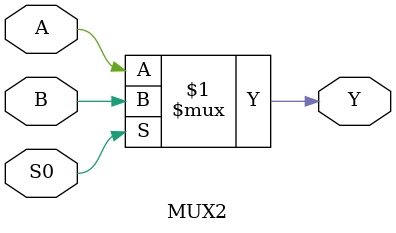
<source format=v>

module MUX2(
	input A,   // Data input 0
	input B,   // Data input 1
	input S0, // Select port
	output Y  // Data output
	);
  
	assign Y = S0 ? B : A;

// Note: 
//	 MUX2 appears will appear in LUTs, routing multiplexers,
//   being a component in combinational loops
//   To help convergence in simulation 
//   i.e., to avoid the X (undetermined) signals,
//   the following timing constraints and signal initialization 
//   has to be added!

`ifdef ENABLE_TIMING
// ------ BEGIN Pin-to-pin Timing constraints -----
	specify
		(A => Y) = (0.001, 0.001);
		(B => Y) = (0.001, 0.001);
		(S0 => Y) = (0.001, 0.001);
	endspecify
// ------ END Pin-to-pin Timing constraints -----
`endif

`ifdef ENABLE_SIGNAL_INITIALIZATION
// ------ BEGIN driver initialization -----
	initial begin
	`ifdef ENABLE_FORMAL_VERIFICATION
		$deposit(A, 1'b0);
		$deposit(B, 1'b0);
		$deposit(S0, 1'b0);
	`else
		$deposit(A, $random);
		$deposit(B, $random);
		$deposit(S0, $random);
	`endif

	end
// ------ END driver initialization -----
`endif

endmodule

</source>
